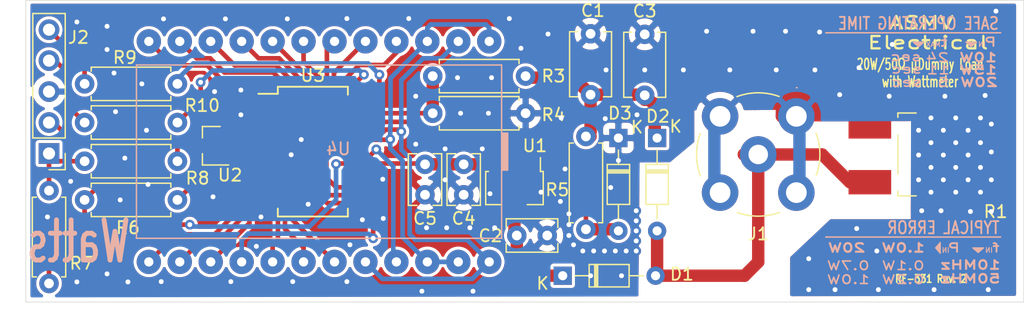
<source format=kicad_pcb>
(kicad_pcb (version 20171130) (host pcbnew "(5.1.6-0-10_14)")
  (layers (0 F.Cu signal) (31 B.Cu signal) (34 B.Paste user) (35 F.Paste user) (36 B.SilkS user) (37 F.SilkS user) (38 B.Mask user) (39 F.Mask user) (44 Edge.Cuts user))
  (net 0 "")
  (net 1 GND)
  (net 2 "Net-(C1-Pad1)")
  (net 3 VDD)
  (net 4 "Net-(D1-Pad2)")
  (net 5 /ICSPCLK)
  (net 6 /ICSPDAT)
  (net 7 /~MCLR)
  (net 8 /Vref+)
  (net 9 "Net-(R9-Pad2)")
  (net 10 /LCD_COM)
  (net 11 /LCD_DP2)
  (net 12 /LCD1_ADEG)
  (net 13 /LCD1_B)
  (net 14 /LCD1_C)
  (net 15 /LCD2_G)
  (net 16 /LCD2_F)
  (net 17 /LCD2_A)
  (net 18 /LCD2_C)
  (net 19 /LCD2_D)
  (net 20 /LCD2_E)
  (net 21 /LCD2_B)
  (net 22 /LCD3_E)
  (net 23 /LCD3_D)
  (net 24 /LCD3_C)
  (net 25 /LCD3_G)
  (net 26 /LCD3_F)
  (net 27 /LCD3_A)
  (net 28 /LCD3_B)
  (net 29 "Net-(C2-Pad1)")
  (net 30 /Vdiode)
  (net 31 "Net-(R8-Pad1)")
  (net 32 "Net-(R10-Pad2)")
  (net 33 /Vdivider)
  (module Resistor_THT:R_Axial_DIN0207_L6.3mm_D2.5mm_P7.62mm_Horizontal (layer F.Cu) (at 120.396 95.123)
    (fp_text reference R10 (at 9.652 -1.397) (layer F.SilkS))
    (fp_text value 75)
    (pad 2 thru_hole oval (at 7.62 0) (size 1.6 1.6) (drill 0.8) (layers *.Cu *.Mask) (net 32 "Net-(R10-Pad2)"))
    (pad 1 thru_hole circle (at 0 0) (size 1.6 1.6) (drill 0.8) (layers *.Cu *.Mask) (net 6 /ICSPDAT))
  )
  (module Resistor_THT:R_Axial_DIN0207_L6.3mm_D2.5mm_P7.62mm_Horizontal (layer F.Cu) (at 120.396 91.948)
    (fp_text reference R9 (at 3.302 -2.159) (layer F.SilkS))
    (fp_text value 75)
    (pad 2 thru_hole oval (at 7.62 0) (size 1.6 1.6) (drill 0.8) (layers *.Cu *.Mask) (net 9 "Net-(R9-Pad2)"))
    (pad 1 thru_hole circle (at 0 0) (size 1.6 1.6) (drill 0.8) (layers *.Cu *.Mask) (net 5 /ICSPCLK))
  )
  (module Resistor_THT:R_Axial_DIN0207_L6.3mm_D2.5mm_P7.62mm_Horizontal (layer F.Cu) (at 128.016 98.298 180)
    (fp_text reference R8 (at -1.651 -1.397) (layer F.SilkS))
    (fp_text value 75)
    (pad 2 thru_hole oval (at 7.62 0 180) (size 1.6 1.6) (drill 0.8) (layers *.Cu *.Mask) (net 7 /~MCLR))
    (pad 1 thru_hole circle (at 0 0 180) (size 1.6 1.6) (drill 0.8) (layers *.Cu *.Mask) (net 31 "Net-(R8-Pad1)"))
  )
  (module Resistor_THT:R_Axial_DIN0207_L6.3mm_D2.5mm_P7.62mm_Horizontal (layer F.Cu) (at 117.475 108.331 90)
    (fp_text reference R7 (at 1.651 2.667 180) (layer F.SilkS))
    (fp_text value 100k)
    (pad 2 thru_hole oval (at 7.62 0 90) (size 1.6 1.6) (drill 0.8) (layers *.Cu *.Mask) (net 7 /~MCLR))
    (pad 1 thru_hole circle (at 0 0 90) (size 1.6 1.6) (drill 0.8) (layers *.Cu *.Mask) (net 3 VDD))
  )
  (module Resistor_THT:R_Axial_DIN0207_L6.3mm_D2.5mm_P7.62mm_Horizontal (layer F.Cu) (at 128.016 101.473 180)
    (fp_text reference R6 (at 4.064 -2.286) (layer F.SilkS))
    (fp_text value 2.4k)
    (pad 2 thru_hole oval (at 7.62 0 180) (size 1.6 1.6) (drill 0.8) (layers *.Cu *.Mask) (net 3 VDD))
    (pad 1 thru_hole circle (at 0 0 180) (size 1.6 1.6) (drill 0.8) (layers *.Cu *.Mask) (net 8 /Vref+))
  )
  (module Capacitor_THT:C_Rect_L4.0mm_W2.5mm_P2.50mm (layer F.Cu) (at 151.511 98.552 270)
    (fp_text reference C4 (at 4.445 0 180) (layer F.SilkS))
    (fp_text value 10u)
    (pad 2 thru_hole circle (at 2.5 0 270) (size 1.6 1.6) (drill 0.8) (layers *.Cu *.Mask) (net 1 GND))
    (pad 1 thru_hole circle (at 0 0 270) (size 1.6 1.6) (drill 0.8) (layers *.Cu *.Mask) (net 3 VDD))
  )
  (module Capacitor_THT:C_Rect_L4.0mm_W2.5mm_P2.50mm (layer F.Cu) (at 148.336 98.552 270)
    (fp_text reference C5 (at 4.445 0 180) (layer F.SilkS))
    (fp_text value 10n)
    (pad 2 thru_hole circle (at 2.5 0 270) (size 1.6 1.6) (drill 0.8) (layers *.Cu *.Mask) (net 1 GND))
    (pad 1 thru_hole circle (at 0 0 270) (size 1.6 1.6) (drill 0.8) (layers *.Cu *.Mask) (net 3 VDD))
  )
  (module Resistor_THT:R_Axial_DIN0207_L6.3mm_D2.5mm_P7.62mm_Horizontal (layer F.Cu) (at 161.544 96.266 270)
    (fp_text reference R5 (at 4.3815 2.3495 180) (layer F.SilkS))
    (fp_text value 100k)
    (pad 2 thru_hole oval (at 7.62 0 270) (size 1.6 1.6) (drill 0.8) (layers *.Cu *.Mask) (net 30 /Vdiode))
    (pad 1 thru_hole circle (at 0 0 270) (size 1.6 1.6) (drill 0.8) (layers *.Cu *.Mask) (net 2 "Net-(C1-Pad1)"))
  )
  (module Resistor_THT:R_Axial_DIN0207_L6.3mm_D2.5mm_P7.62mm_Horizontal (layer F.Cu) (at 148.971 94.361)
    (fp_text reference R4 (at 9.906 0.127) (layer F.SilkS))
    (fp_text value "10k 0.1%")
    (pad 2 thru_hole oval (at 7.62 0) (size 1.6 1.6) (drill 0.8) (layers *.Cu *.Mask) (net 1 GND))
    (pad 1 thru_hole circle (at 0 0) (size 1.6 1.6) (drill 0.8) (layers *.Cu *.Mask) (net 33 /Vdivider))
  )
  (module Resistor_THT:R_Axial_DIN0207_L6.3mm_D2.5mm_P7.62mm_Horizontal (layer F.Cu) (at 148.971 91.313)
    (fp_text reference R3 (at 9.906 0) (layer F.SilkS))
    (fp_text value "100k 0.1%")
    (pad 2 thru_hole oval (at 7.62 0) (size 1.6 1.6) (drill 0.8) (layers *.Cu *.Mask) (net 2 "Net-(C1-Pad1)"))
    (pad 1 thru_hole circle (at 0 0) (size 1.6 1.6) (drill 0.8) (layers *.Cu *.Mask) (net 33 /Vdivider))
  )
  (module Diode_THT:D_DO-34_SOD68_P7.62mm_Horizontal (layer F.Cu) (at 159.639 107.696)
    (fp_text reference D1 (at 9.779 -0.127) (layer F.SilkS))
    (fp_text value BAT46)
    (fp_text user K (at -1.651 0.635) (layer F.SilkS))
    (pad 2 thru_hole oval (at 7.62 0) (size 1.5 1.5) (drill 0.75) (layers *.Cu *.Mask) (net 4 "Net-(D1-Pad2)"))
    (pad 1 thru_hole rect (at 0 0) (size 1.5 1.5) (drill 0.75) (layers *.Cu *.Mask) (net 29 "Net-(C2-Pad1)"))
  )
  (module Package_TO_SOT_SMD:TO-252-2_TabPin1 (layer F.Cu) (at 189.4235 97.7405)
    (fp_text reference R1 (at 5.746 4.699) (layer F.SilkS))
    (fp_text value "50 1% 45W")
    (pad 1 smd rect (at 2.825 0) (size 7 7) (layers F.Cu F.Mask) (net 1 GND))
    (pad 2 smd rect (at -4.575 2.28) (size 3.5 2) (layers F.Cu F.Paste F.Mask) (net 4 "Net-(D1-Pad2)"))
    (pad 1 smd rect (at -4.575 -2.3) (size 3.5 2) (layers F.Cu F.Paste F.Mask) (net 1 GND))
  )
  (module Capacitor_THT:C_Rect_L4.0mm_W2.5mm_P2.50mm (layer F.Cu) (at 155.869 104.394)
    (fp_text reference C2 (at -2.159 0.0245) (layer F.SilkS))
    (fp_text value "1u 100V")
    (pad 2 thru_hole circle (at 2.5 0) (size 1.6 1.6) (drill 0.8) (layers *.Cu *.Mask) (net 1 GND))
    (pad 1 thru_hole circle (at 0 0) (size 1.6 1.6) (drill 0.8) (layers *.Cu *.Mask) (net 29 "Net-(C2-Pad1)"))
  )
  (module Diode_THT:D_DO-34_SOD68_P7.62mm_Horizontal (layer F.Cu) (at 164.211 96.393 270)
    (fp_text reference D3 (at -2.032 -0.127 180) (layer F.SilkS))
    (fp_text value BAT46)
    (fp_text user K (at -0.889 -1.524 180) (layer F.SilkS))
    (pad 2 thru_hole oval (at 7.62 0 270) (size 1.5 1.5) (drill 0.75) (layers *.Cu *.Mask) (net 30 /Vdiode))
    (pad 1 thru_hole rect (at 0 0 270) (size 1.5 1.5) (drill 0.75) (layers *.Cu *.Mask) (net 1 GND))
  )
  (module WH_Display_Character:LCD-S301C31TF (layer B.Cu) (at 153.607762 97.5115 180)
    (fp_text reference U4 (at 12.383762 0.2295) (layer B.SilkS) (effects (justify mirror)))
    (fp_text value LCD-S301C31TF)
    (pad 13 thru_hole circle (at 27.94 9.05 180) (size 2 2) (drill 0.762) (layers *.Cu *.Mask) (net 28 /LCD3_B))
    (pad 14 thru_hole circle (at 25.4 9.05 180) (size 2 2) (drill 0.762) (layers *.Cu *.Mask) (net 27 /LCD3_A))
    (pad 15 thru_hole circle (at 22.86 9.05 180) (size 2 2) (drill 0.762) (layers *.Cu *.Mask) (net 26 /LCD3_F))
    (pad 16 thru_hole circle (at 20.32 9.05 180) (size 2 2) (drill 0.762) (layers *.Cu *.Mask) (net 25 /LCD3_G))
    (pad 17 thru_hole circle (at 17.78 9.05 180) (size 2 2) (drill 0.762) (layers *.Cu *.Mask) (net 21 /LCD2_B))
    (pad 18 thru_hole circle (at 15.24 9.05 180) (size 2 2) (drill 0.762) (layers *.Cu *.Mask) (net 17 /LCD2_A))
    (pad 19 thru_hole circle (at 12.7 9.05 180) (size 2 2) (drill 0.762) (layers *.Cu *.Mask) (net 16 /LCD2_F))
    (pad 20 thru_hole circle (at 10.16 9.05 180) (size 2 2) (drill 0.762) (layers *.Cu *.Mask) (net 15 /LCD2_G))
    (pad 21 thru_hole circle (at 7.62 9.05 180) (size 2 2) (drill 0.762) (layers *.Cu *.Mask) (net 13 /LCD1_B))
    (pad 22 thru_hole circle (at 5.08 9.05 180) (size 2 2) (drill 0.762) (layers *.Cu *.Mask) (net 12 /LCD1_ADEG))
    (pad 23 thru_hole circle (at 2.54 9.05 180) (size 2 2) (drill 0.762) (layers *.Cu *.Mask) (net 10 /LCD_COM))
    (pad 24 thru_hole circle (at 0 9.05 180) (size 2 2) (drill 0.762) (layers *.Cu *.Mask) (net 12 /LCD1_ADEG))
    (pad 1 thru_hole circle (at 0 -9.05 180) (size 2 2) (drill 0.762) (layers *.Cu *.Mask) (net 10 /LCD_COM))
    (pad 2 thru_hole circle (at 2.54 -9.05 180) (size 2 2) (drill 0.762) (layers *.Cu *.Mask) (net 12 /LCD1_ADEG))
    (pad 3 thru_hole circle (at 5.08 -9.05 180) (size 2 2) (drill 0.762) (layers *.Cu *.Mask) (net 12 /LCD1_ADEG))
    (pad 4 thru_hole circle (at 7.62 -9.05 180) (size 2 2) (drill 0.762) (layers *.Cu *.Mask) (net 14 /LCD1_C))
    (pad 5 thru_hole circle (at 10.16 -9.05 180) (size 2 2) (drill 0.762) (layers *.Cu *.Mask) (net 10 /LCD_COM))
    (pad 6 thru_hole circle (at 12.7 -9.05 180) (size 2 2) (drill 0.762) (layers *.Cu *.Mask) (net 20 /LCD2_E))
    (pad 7 thru_hole circle (at 15.24 -9.05 180) (size 2 2) (drill 0.762) (layers *.Cu *.Mask) (net 19 /LCD2_D))
    (pad 8 thru_hole circle (at 17.78 -9.05 180) (size 2 2) (drill 0.762) (layers *.Cu *.Mask) (net 18 /LCD2_C))
    (pad 9 thru_hole circle (at 20.32 -9.05 180) (size 2 2) (drill 0.762) (layers *.Cu *.Mask) (net 11 /LCD_DP2))
    (pad 10 thru_hole circle (at 22.86 -9.05 180) (size 2 2) (drill 0.762) (layers *.Cu *.Mask) (net 22 /LCD3_E))
    (pad 11 thru_hole circle (at 25.4 -9.05 180) (size 2 2) (drill 0.762) (layers *.Cu *.Mask) (net 23 /LCD3_D))
    (pad 12 thru_hole circle (at 27.94 -9.05 180) (size 2 2) (drill 0.762) (layers *.Cu *.Mask) (net 24 /LCD3_C))
  )
  (module WH_Connector_Coaxial:BNC_TEConnectivity_1478204_Vertical (layer F.Cu) (at 175.686 97.745 180)
    (fp_text reference J1 (at 0 -6.522) (layer F.SilkS))
    (fp_text value "50-Ohm BNC Female")
    (pad 2 thru_hole circle (at -3.13 -3.13 180) (size 3 3) (drill 1.7) (layers *.Cu *.Mask) (net 1 GND))
    (pad 1 thru_hole circle (at 0 0 180) (size 3 3) (drill 1.6) (layers *.Cu *.Mask) (net 4 "Net-(D1-Pad2)"))
    (pad 2 thru_hole circle (at 3.13 -3.13 180) (size 3 3) (drill 1.7) (layers *.Cu *.Mask) (net 1 GND))
    (pad 2 thru_hole circle (at -3.13 3.13 180) (size 3 3) (drill 1.7) (layers *.Cu *.Mask) (net 1 GND))
    (pad 2 thru_hole circle (at 3.13 3.13 180) (size 3 3) (drill 1.7) (layers *.Cu *.Mask) (net 1 GND))
  )
  (module Package_SO:SSOP-28_5.3x10.2mm_P0.65mm (layer F.Cu) (at 139.129762 97.5115)
    (fp_text reference U3 (at 0 -6.25) (layer F.SilkS))
    (fp_text value PIC18F24Q10-xSP)
    (pad 28 smd rect (at 3.6 -4.225) (size 1.75 0.45) (layers F.Cu F.Paste F.Mask) (net 32 "Net-(R10-Pad2)"))
    (pad 27 smd rect (at 3.6 -3.575) (size 1.75 0.45) (layers F.Cu F.Paste F.Mask) (net 9 "Net-(R9-Pad2)"))
    (pad 26 smd rect (at 3.6 -2.925) (size 1.75 0.45) (layers F.Cu F.Paste F.Mask) (net 33 /Vdivider))
    (pad 25 smd rect (at 3.6 -2.275) (size 1.75 0.45) (layers F.Cu F.Paste F.Mask) (net 30 /Vdiode))
    (pad 24 smd rect (at 3.6 -1.625) (size 1.75 0.45) (layers F.Cu F.Paste F.Mask) (net 10 /LCD_COM))
    (pad 23 smd rect (at 3.6 -0.975) (size 1.75 0.45) (layers F.Cu F.Paste F.Mask) (net 12 /LCD1_ADEG))
    (pad 22 smd rect (at 3.6 -0.325) (size 1.75 0.45) (layers F.Cu F.Paste F.Mask) (net 13 /LCD1_B))
    (pad 21 smd rect (at 3.6 0.325) (size 1.75 0.45) (layers F.Cu F.Paste F.Mask) (net 14 /LCD1_C))
    (pad 20 smd rect (at 3.6 0.975) (size 1.75 0.45) (layers F.Cu F.Paste F.Mask) (net 3 VDD))
    (pad 19 smd rect (at 3.6 1.625) (size 1.75 0.45) (layers F.Cu F.Paste F.Mask) (net 1 GND))
    (pad 18 smd rect (at 3.6 2.275) (size 1.75 0.45) (layers F.Cu F.Paste F.Mask) (net 11 /LCD_DP2))
    (pad 17 smd rect (at 3.6 2.925) (size 1.75 0.45) (layers F.Cu F.Paste F.Mask) (net 15 /LCD2_G))
    (pad 16 smd rect (at 3.6 3.575) (size 1.75 0.45) (layers F.Cu F.Paste F.Mask) (net 16 /LCD2_F))
    (pad 15 smd rect (at 3.6 4.225) (size 1.75 0.45) (layers F.Cu F.Paste F.Mask) (net 17 /LCD2_A))
    (pad 14 smd rect (at -3.6 4.225) (size 1.75 0.45) (layers F.Cu F.Paste F.Mask) (net 18 /LCD2_C))
    (pad 13 smd rect (at -3.6 3.575) (size 1.75 0.45) (layers F.Cu F.Paste F.Mask) (net 19 /LCD2_D))
    (pad 12 smd rect (at -3.6 2.925) (size 1.75 0.45) (layers F.Cu F.Paste F.Mask) (net 20 /LCD2_E))
    (pad 11 smd rect (at -3.6 2.275) (size 1.75 0.45) (layers F.Cu F.Paste F.Mask) (net 21 /LCD2_B))
    (pad 10 smd rect (at -3.6 1.625) (size 1.75 0.45) (layers F.Cu F.Paste F.Mask) (net 22 /LCD3_E))
    (pad 9 smd rect (at -3.6 0.975) (size 1.75 0.45) (layers F.Cu F.Paste F.Mask) (net 23 /LCD3_D))
    (pad 8 smd rect (at -3.6 0.325) (size 1.75 0.45) (layers F.Cu F.Paste F.Mask) (net 1 GND))
    (pad 7 smd rect (at -3.6 -0.325) (size 1.75 0.45) (layers F.Cu F.Paste F.Mask) (net 24 /LCD3_C))
    (pad 6 smd rect (at -3.6 -0.975) (size 1.75 0.45) (layers F.Cu F.Paste F.Mask) (net 25 /LCD3_G))
    (pad 5 smd rect (at -3.6 -1.625) (size 1.75 0.45) (layers F.Cu F.Paste F.Mask) (net 8 /Vref+))
    (pad 4 smd rect (at -3.6 -2.275) (size 1.75 0.45) (layers F.Cu F.Paste F.Mask) (net 26 /LCD3_F))
    (pad 3 smd rect (at -3.6 -2.925) (size 1.75 0.45) (layers F.Cu F.Paste F.Mask) (net 27 /LCD3_A))
    (pad 2 smd rect (at -3.6 -3.575) (size 1.75 0.45) (layers F.Cu F.Paste F.Mask) (net 28 /LCD3_B))
    (pad 1 smd rect (at -3.6 -4.225) (size 1.75 0.45) (layers F.Cu F.Paste F.Mask) (net 31 "Net-(R8-Pad1)"))
  )
  (module Package_TO_SOT_SMD:SOT-23 (layer F.Cu) (at 130.826 97.028 180)
    (fp_text reference U2 (at -1.508 -2.413) (layer F.SilkS))
    (fp_text value LM4040AIM3-4.1)
    (pad 3 smd rect (at 1 0 180) (size 0.9 0.8) (layers F.Cu F.Paste F.Mask))
    (pad 2 smd rect (at -1 0.95 180) (size 0.9 0.8) (layers F.Cu F.Paste F.Mask) (net 1 GND))
    (pad 1 smd rect (at -1 -0.95 180) (size 0.9 0.8) (layers F.Cu F.Paste F.Mask) (net 8 /Vref+))
  )
  (module Package_TO_SOT_SMD:SOT-89-3 (layer F.Cu) (at 155.678 100.202 270)
    (fp_text reference U1 (at -3.174 -1.675 180) (layer F.SilkS))
    (fp_text value ZXTR2005Z)
    (pad 2 smd custom (at -1.5625 0 270) (size 1.475 0.9) (layers F.Cu F.Paste F.Mask) (net 29 "Net-(C2-Pad1)") (options (clearance outline) (anchor rect)) (primitives (gr_poly (pts (xy 0.7375 -0.8665) (xy 3.8625 -0.8665) (xy 3.8625 0.8665) (xy 0.7375 0.8665)) (width 0))))
    (pad 3 smd rect (at -1.65 1.5 270) (size 1.3 0.9) (layers F.Cu F.Paste F.Mask) (net 3 VDD))
    (pad 1 smd rect (at -1.65 -1.5 270) (size 1.3 0.9) (layers F.Cu F.Paste F.Mask) (net 1 GND))
  )
  (module Connector_PinHeader_2.54mm:PinHeader_1x05_P2.54mm_Vertical (layer F.Cu) (at 117.475 97.663 180)
    (fp_text reference J2 (at -2.413 9.525) (layer F.SilkS))
    (fp_text value Conn_01x05_Male)
    (pad 5 thru_hole oval (at 0 10.16 180) (size 1.7 1.7) (drill 1) (layers *.Cu *.Mask) (net 5 /ICSPCLK))
    (pad 4 thru_hole oval (at 0 7.62 180) (size 1.7 1.7) (drill 1) (layers *.Cu *.Mask) (net 6 /ICSPDAT))
    (pad 3 thru_hole oval (at 0 5.08 180) (size 1.7 1.7) (drill 1) (layers *.Cu *.Mask) (net 1 GND))
    (pad 2 thru_hole oval (at 0 2.54 180) (size 1.7 1.7) (drill 1) (layers *.Cu *.Mask) (net 3 VDD))
    (pad 1 thru_hole rect (at 0 0 180) (size 1.7 1.7) (drill 1) (layers *.Cu *.Mask) (net 7 /~MCLR))
  )
  (module Diode_THT:D_DO-34_SOD68_P7.62mm_Horizontal (layer F.Cu) (at 167.386 96.393 270)
    (fp_text reference D2 (at -1.778 -0.0635 180) (layer F.SilkS))
    (fp_text value BAT46)
    (fp_text user K (at -0.9525 -1.524 180) (layer F.SilkS))
    (pad 2 thru_hole oval (at 7.62 0 270) (size 1.5 1.5) (drill 0.75) (layers *.Cu *.Mask) (net 4 "Net-(D1-Pad2)"))
    (pad 1 thru_hole rect (at 0 0 270) (size 1.5 1.5) (drill 0.75) (layers *.Cu *.Mask) (net 2 "Net-(C1-Pad1)"))
  )
  (module Capacitor_THT:C_Disc_D5.1mm_W3.2mm_P5.00mm (layer F.Cu) (at 166.37 92.884 90)
    (fp_text reference C3 (at 6.905 0 180) (layer F.SilkS))
    (fp_text value 5.6n)
    (pad 2 thru_hole circle (at 5 0 90) (size 1.6 1.6) (drill 0.8) (layers *.Cu *.Mask) (net 1 GND))
    (pad 1 thru_hole circle (at 0 0 90) (size 1.6 1.6) (drill 0.8) (layers *.Cu *.Mask) (net 2 "Net-(C1-Pad1)"))
  )
  (module Capacitor_THT:C_Disc_D5.1mm_W3.2mm_P5.00mm (layer F.Cu) (at 161.925 92.837 90)
    (fp_text reference C1 (at 6.905 0.189238 180) (layer F.SilkS))
    (fp_text value 5.6n)
    (pad 2 thru_hole circle (at 5 0 90) (size 1.6 1.6) (drill 0.8) (layers *.Cu *.Mask) (net 1 GND))
    (pad 1 thru_hole circle (at 0 0 90) (size 1.6 1.6) (drill 0.8) (layers *.Cu *.Mask) (net 2 "Net-(C1-Pad1)"))
  )
  (gr_text "TYPICAL ERROR" (at 195.58 103.759) (layer B.SilkS) (effects (font (size 1 0.8)) (justify left mirror)))
  (gr_line (start 195.58 104.521) (end 181.229 104.521) (layer B.SilkS) (width 0.12))
  (gr_line (start 178.816 92.2655) (end 178.8795 92.2655) (layer B.SilkS) (width 0.12))
  (gr_poly (pts (xy 189.2935 88.519) (xy 188.849 88.9) (xy 188.4045 88.519)) (layer B.SilkS) (width 0.1))
  (gr_text t (at 191.3255 88.519) (layer B.SilkS) (effects (font (size 0.7 1)) (justify left mirror)))
  (gr_text MAX (at 190.0555 88.7095) (layer B.SilkS) (effects (font (size 0.4 0.4) (thickness 0.075)) (justify mirror)))
  (gr_text sec (at 186.4995 91.821) (layer B.SilkS) (effects (font (size 0.7 1) (thickness 0.13)) (justify right mirror)))
  (gr_text sec (at 186.4995 90.7415) (layer B.SilkS) (effects (font (size 0.7 1) (thickness 0.13)) (justify right mirror)))
  (gr_text sec (at 186.436 89.7255) (layer B.SilkS) (effects (font (size 0.7 1) (thickness 0.13)) (justify right mirror)))
  (gr_poly (pts (xy 193.6115 88.519) (xy 193.167 88.9) (xy 192.7225 88.519)) (layer B.SilkS) (width 0.1))
  (gr_text 5 (at 190.3095 91.821) (layer B.SilkS) (effects (font (size 0.7 1) (thickness 0.13)) (justify right mirror)))
  (gr_text 11 (at 189.4205 90.805) (layer B.SilkS) (effects (font (size 0.7 1) (thickness 0.13)) (justify right mirror)))
  (gr_text 24 (at 189.357 89.789) (layer B.SilkS) (effects (font (size 0.7 1) (thickness 0.13)) (justify right mirror)))
  (gr_text 20W (at 193.802 91.821) (layer B.SilkS) (effects (font (size 0.7 1) (thickness 0.175)) (justify mirror)))
  (gr_text P (at 195.326 88.519) (layer B.SilkS) (effects (font (size 0.7 1)) (justify left mirror)))
  (gr_text IN (at 194.056 88.7095) (layer B.SilkS) (effects (font (size 0.4 0.4) (thickness 0.075)) (justify mirror)))
  (gr_text 15W (at 193.7385 90.805) (layer B.SilkS) (effects (font (size 0.7 1) (thickness 0.175)) (justify mirror)))
  (gr_text 10W (at 193.7385 89.789) (layer B.SilkS) (effects (font (size 0.7 1) (thickness 0.175)) (justify mirror)))
  (gr_line (start 195.58 87.757) (end 181.229 87.757) (layer B.SilkS) (width 0.12))
  (gr_poly (pts (xy 194.183 105.41) (xy 193.7385 105.791) (xy 193.294 105.41)) (layer B.SilkS) (width 0.1))
  (gr_poly (pts (xy 190.627 105.8545) (xy 190.246 105.41) (xy 190.627 104.9655)) (layer B.SilkS) (width 0.1))
  (gr_text f (at 195.58 105.41) (layer B.SilkS) (effects (font (size 0.7 1)) (justify left mirror)))
  (gr_text IN (at 194.6275 105.6005) (layer B.SilkS) (effects (font (size 0.4 0.4) (thickness 0.075)) (justify mirror)))
  (gr_text IN (at 191.0715 105.6005) (layer B.SilkS) (effects (font (size 0.4 0.4) (thickness 0.075)) (justify mirror)))
  (gr_text P (at 192.3415 105.41) (layer B.SilkS) (effects (font (size 0.7 1)) (justify left mirror)))
  (gr_text 1.0W (at 181.229 108.0135) (layer B.SilkS) (effects (font (size 0.7 1) (thickness 0.13)) (justify right mirror)))
  (gr_text 0.2W (at 185.7375 108.0135) (layer B.SilkS) (effects (font (size 0.7 1) (thickness 0.13)) (justify right mirror)))
  (gr_text 0.7W (at 181.229 106.8705) (layer B.SilkS) (effects (font (size 0.7 1) (thickness 0.13)) (justify right mirror)))
  (gr_text 0.1W (at 185.7375 106.8705) (layer B.SilkS) (effects (font (size 0.7 1) (thickness 0.13)) (justify right mirror)))
  (gr_text 20W (at 182.9435 105.41) (layer B.SilkS) (effects (font (size 0.7 1) (thickness 0.175)) (justify mirror)))
  (gr_text 1.0W (at 187.579 105.41) (layer B.SilkS) (effects (font (size 0.7 1) (thickness 0.175)) (justify mirror)))
  (gr_text "10MHz\n50MHz" (at 193.1035 107.3785) (layer B.SilkS) (effects (font (size 0.7 1) (thickness 0.175)) (justify mirror)))
  (gr_text "SAFE OPERATING TIME" (at 195.5165 86.995) (layer B.SilkS) (effects (font (size 1 0.8)) (justify left mirror)))
  (gr_text Watts (at 119.888 104.902) (layer B.SilkS) (effects (font (size 3.3 2.1) (thickness 0.4)) (justify mirror)))
  (gr_line (start 197.485 109.855) (end 115.57 109.855) (layer Edge.Cuts) (width 0.05))
  (gr_line (start 197.485 109.22) (end 197.485 109.855) (layer Edge.Cuts) (width 0.05))
  (gr_line (start 197.485 85.09) (end 197.485 109.22) (layer Edge.Cuts) (width 0.05))
  (gr_line (start 115.57 85.09) (end 197.485 85.09) (layer Edge.Cuts) (width 0.05))
  (gr_line (start 115.57 109.855) (end 115.57 85.09) (layer Edge.Cuts) (width 0.05))
  (gr_text "RF-331 Rev. 2" (at 189.865 107.95) (layer F.SilkS) (effects (font (size 0.635 0.508) (thickness 0.127))))
  (gr_text "ASMV \nElectrical" (at 189.611 87.757) (layer F.SilkS) (effects (font (size 1.016 1.397) (thickness 0.1905))))
  (gr_text "20W/50Ω µDummy Load\nwith Wattmeter" (at 188.976 91.059) (layer F.SilkS) (effects (font (size 0.889 0.5588) (thickness 0.127))))
  (via (at 144.866111 99.777409) (size 0.8) (drill 0.4) (layers F.Cu B.Cu) (net 1))
  (segment (start 144.225202 99.1365) (end 144.866111 99.777409) (width 0.381) (layer F.Cu) (net 1))
  (segment (start 142.729762 99.1365) (end 144.225202 99.1365) (width 0.381) (layer F.Cu) (net 1))
  (segment (start 144.866111 100.199849) (end 146.114762 101.4485) (width 0.381) (layer F.Cu) (net 1))
  (segment (start 144.866111 99.777409) (end 144.866111 100.199849) (width 0.381) (layer F.Cu) (net 1))
  (via (at 137.351762 97.7655) (size 0.8) (drill 0.4) (layers F.Cu B.Cu) (net 1))
  (segment (start 137.280762 97.8365) (end 137.351762 97.7655) (width 0.381) (layer F.Cu) (net 1))
  (segment (start 135.529762 97.8365) (end 137.280762 97.8365) (width 0.381) (layer F.Cu) (net 1))
  (via (at 158.433762 87.8595) (size 0.8) (drill 0.4) (layers F.Cu B.Cu) (net 1))
  (via (at 122.238762 107.5445) (size 0.8) (drill 0.4) (layers F.Cu B.Cu) (net 1))
  (via (at 122.238762 87.2245) (size 0.8) (drill 0.4) (layers F.Cu B.Cu) (net 1))
  (via (at 122.238762 89.1295) (size 0.8) (drill 0.4) (layers F.Cu B.Cu) (net 1))
  (via (at 126.873 86.614) (size 0.8) (drill 0.4) (layers F.Cu B.Cu) (net 1))
  (via (at 131.953 86.614) (size 0.8) (drill 0.4) (layers F.Cu B.Cu) (net 1))
  (via (at 137.033 86.614) (size 0.8) (drill 0.4) (layers F.Cu B.Cu) (net 1))
  (via (at 141.923762 86.5895) (size 0.8) (drill 0.4) (layers F.Cu B.Cu) (net 1))
  (via (at 147.003762 86.5895) (size 0.8) (drill 0.4) (layers F.Cu B.Cu) (net 1))
  (via (at 155.258762 86.5895) (size 0.8) (drill 0.4) (layers F.Cu B.Cu) (net 1))
  (via (at 141.923762 108.1795) (size 0.8) (drill 0.4) (layers F.Cu B.Cu) (net 1))
  (via (at 137.478762 108.1795) (size 0.8) (drill 0.4) (layers F.Cu B.Cu) (net 1))
  (via (at 132.398762 108.1795) (size 0.8) (drill 0.4) (layers F.Cu B.Cu) (net 1))
  (via (at 126.683762 108.1795) (size 0.8) (drill 0.4) (layers F.Cu B.Cu) (net 1))
  (via (at 138.748762 101.8295) (size 0.8) (drill 0.4) (layers F.Cu B.Cu) (net 1))
  (via (at 143.193762 103.0995) (size 0.8) (drill 0.4) (layers F.Cu B.Cu) (net 1))
  (via (at 134.874 102.87) (size 0.8) (drill 0.4) (layers F.Cu B.Cu) (net 1))
  (via (at 123.952 108.204) (size 0.8) (drill 0.4) (layers F.Cu B.Cu) (net 1))
  (via (at 152.273 108.966) (size 0.8) (drill 0.4) (layers F.Cu B.Cu) (net 1))
  (via (at 138.176 96.52) (size 0.8) (drill 0.4) (layers F.Cu B.Cu) (net 1))
  (via (at 144.907 102.997) (size 0.8) (drill 0.4) (layers F.Cu B.Cu) (net 1))
  (via (at 134.493 105.283) (size 0.8) (drill 0.4) (layers F.Cu B.Cu) (net 1))
  (via (at 142.1765 105.156) (size 0.8) (drill 0.4) (layers F.Cu B.Cu) (net 1))
  (via (at 156.21 89.027) (size 0.8) (drill 0.4) (layers F.Cu B.Cu) (net 1))
  (via (at 148.082 108.966) (size 0.8) (drill 0.4) (layers F.Cu B.Cu) (net 1))
  (segment (start 158.7255 87.8595) (end 158.433762 87.8595) (width 2.032) (layer F.Cu) (net 1))
  (via (at 151.257 94.361) (size 0.8) (drill 0.4) (layers F.Cu B.Cu) (net 1))
  (via (at 153.543 94.361) (size 0.8) (drill 0.4) (layers F.Cu B.Cu) (net 1))
  (via (at 151.003 91.44) (size 0.8) (drill 0.4) (layers F.Cu B.Cu) (net 1))
  (via (at 153.797 91.44) (size 0.8) (drill 0.4) (layers F.Cu B.Cu) (net 1))
  (via (at 147.574 92.964) (size 0.8) (drill 0.4) (layers F.Cu B.Cu) (net 1))
  (via (at 148.463 103.759) (size 0.8) (drill 0.4) (layers F.Cu B.Cu) (net 1))
  (via (at 150.114 103.759) (size 0.8) (drill 0.4) (layers F.Cu B.Cu) (net 1))
  (via (at 152.019 103.759) (size 0.8) (drill 0.4) (layers F.Cu B.Cu) (net 1))
  (via (at 149.987 99.822) (size 0.8) (drill 0.4) (layers F.Cu B.Cu) (net 1))
  (via (at 147.574 96.901) (size 0.8) (drill 0.4) (layers F.Cu B.Cu) (net 1))
  (via (at 149.987 97.282) (size 0.8) (drill 0.4) (layers F.Cu B.Cu) (net 1))
  (via (at 153.035 97.282) (size 0.8) (drill 0.4) (layers F.Cu B.Cu) (net 1))
  (via (at 157.861 100.838) (size 0.8) (drill 0.4) (layers F.Cu B.Cu) (net 1))
  (via (at 154.051 103.759) (size 0.8) (drill 0.4) (layers F.Cu B.Cu) (net 1))
  (via (at 165.6715 104.8385) (size 0.8) (drill 0.4) (layers F.Cu B.Cu) (net 1))
  (via (at 164.211 98.2345) (size 0.8) (drill 0.4) (layers F.Cu B.Cu) (net 1))
  (via (at 163.195 90.805) (size 0.8) (drill 0.4) (layers F.Cu B.Cu) (net 1))
  (via (at 166.37 90.805) (size 0.8) (drill 0.4) (layers F.Cu B.Cu) (net 1))
  (via (at 185.42 105.664) (size 0.8) (drill 0.4) (layers F.Cu B.Cu) (net 1))
  (via (at 190.119 108.839) (size 0.8) (drill 0.4) (layers F.Cu B.Cu) (net 1))
  (via (at 171.45 87.63) (size 0.8) (drill 0.4) (layers F.Cu B.Cu) (net 1))
  (via (at 175.26 87.63) (size 0.8) (drill 0.4) (layers F.Cu B.Cu) (net 1))
  (via (at 177.927 87.63) (size 0.8) (drill 0.4) (layers F.Cu B.Cu) (net 1))
  (via (at 182.372 92.837) (size 0.8) (drill 0.4) (layers F.Cu B.Cu) (net 1))
  (via (at 190.6905 102.362) (size 0.8) (drill 0.4) (layers F.Cu B.Cu) (net 1))
  (via (at 180.34 90.805) (size 0.8) (drill 0.4) (layers F.Cu B.Cu) (net 1))
  (via (at 195.199 85.979) (size 0.8) (drill 0.4) (layers F.Cu B.Cu) (net 1))
  (via (at 194.564 108.839) (size 0.8) (drill 0.4) (layers F.Cu B.Cu) (net 1))
  (via (at 194.818 102.4255) (size 0.8) (drill 0.4) (layers F.Cu B.Cu) (net 1))
  (via (at 153.67 100.965) (size 0.8) (drill 0.4) (layers F.Cu B.Cu) (net 1))
  (via (at 180.721 87.6935) (size 0.8) (drill 0.4) (layers F.Cu B.Cu) (net 1))
  (via (at 163.1315 94.8055) (size 0.8) (drill 0.4) (layers F.Cu B.Cu) (net 1))
  (via (at 133.223 92.456) (size 0.8) (drill 0.4) (layers F.Cu B.Cu) (net 1))
  (via (at 131.064 92.583) (size 0.8) (drill 0.4) (layers F.Cu B.Cu) (net 1))
  (via (at 133.223 94.488) (size 0.8) (drill 0.4) (layers F.Cu B.Cu) (net 1))
  (via (at 117.348 102.87) (size 0.8) (drill 0.4) (layers F.Cu B.Cu) (net 1))
  (via (at 123.317 101.473) (size 0.8) (drill 0.4) (layers F.Cu B.Cu) (net 1))
  (via (at 125.603 100.203) (size 0.8) (drill 0.4) (layers F.Cu B.Cu) (net 1))
  (via (at 123.698 98.044) (size 0.8) (drill 0.4) (layers F.Cu B.Cu) (net 1))
  (via (at 125.476 95.758) (size 0.8) (drill 0.4) (layers F.Cu B.Cu) (net 1))
  (via (at 122.936 94.234) (size 0.8) (drill 0.4) (layers F.Cu B.Cu) (net 1))
  (via (at 125.095 91.948) (size 0.8) (drill 0.4) (layers F.Cu B.Cu) (net 1))
  (via (at 122.809 91.059) (size 0.8) (drill 0.4) (layers F.Cu B.Cu) (net 1))
  (via (at 130.937 101.219) (size 0.8) (drill 0.4) (layers F.Cu B.Cu) (net 1))
  (via (at 119.253 99.949) (size 0.8) (drill 0.4) (layers F.Cu B.Cu) (net 1))
  (via (at 119.761 108.204) (size 0.8) (drill 0.4) (layers F.Cu B.Cu) (net 1))
  (via (at 119.761 86.868) (size 0.8) (drill 0.4) (layers F.Cu B.Cu) (net 1))
  (via (at 194.31 92.9005) (size 0.8) (drill 0.4) (layers F.Cu B.Cu) (net 1))
  (via (at 193.929 98.806) (size 0.8) (drill 0.4) (layers F.Cu B.Cu) (net 1))
  (via (at 192.913 97.79) (size 0.8) (drill 0.4) (layers F.Cu B.Cu) (net 1))
  (via (at 193.929 96.774) (size 0.8) (drill 0.4) (layers F.Cu B.Cu) (net 1))
  (via (at 193.929 94.742) (size 0.8) (drill 0.4) (layers F.Cu B.Cu) (net 1))
  (via (at 192.913 95.758) (size 0.8) (drill 0.4) (layers F.Cu B.Cu) (net 1))
  (via (at 191.897 96.774) (size 0.8) (drill 0.4) (layers F.Cu B.Cu) (net 1))
  (via (at 190.881 97.79) (size 0.8) (drill 0.4) (layers F.Cu B.Cu) (net 1))
  (via (at 191.897 98.806) (size 0.8) (drill 0.4) (layers F.Cu B.Cu) (net 1))
  (via (at 192.913 99.822) (size 0.8) (drill 0.4) (layers F.Cu B.Cu) (net 1))
  (via (at 193.929 100.838) (size 0.8) (drill 0.4) (layers F.Cu B.Cu) (net 1))
  (via (at 191.897 100.838) (size 0.8) (drill 0.4) (layers F.Cu B.Cu) (net 1))
  (via (at 190.881 99.822) (size 0.8) (drill 0.4) (layers F.Cu B.Cu) (net 1))
  (via (at 189.865 100.838) (size 0.8) (drill 0.4) (layers F.Cu B.Cu) (net 1))
  (via (at 189.865 98.806) (size 0.8) (drill 0.4) (layers F.Cu B.Cu) (net 1))
  (via (at 188.849 99.822) (size 0.8) (drill 0.4) (layers F.Cu B.Cu) (net 1))
  (via (at 188.849 97.79) (size 0.8) (drill 0.4) (layers F.Cu B.Cu) (net 1))
  (via (at 188.849 95.758) (size 0.8) (drill 0.4) (layers F.Cu B.Cu) (net 1))
  (via (at 189.865 96.774) (size 0.8) (drill 0.4) (layers F.Cu B.Cu) (net 1))
  (via (at 190.881 95.758) (size 0.8) (drill 0.4) (layers F.Cu B.Cu) (net 1))
  (via (at 191.897 94.742) (size 0.8) (drill 0.4) (layers F.Cu B.Cu) (net 1))
  (via (at 189.865 94.742) (size 0.8) (drill 0.4) (layers F.Cu B.Cu) (net 1))
  (via (at 183.9595 90.6145) (size 0.8) (drill 0.4) (layers F.Cu B.Cu) (net 1))
  (via (at 186.69 88.7095) (size 0.8) (drill 0.4) (layers F.Cu B.Cu) (net 1))
  (via (at 186.436 92.964) (size 0.8) (drill 0.4) (layers F.Cu B.Cu) (net 1))
  (via (at 191.008 92.964) (size 0.8) (drill 0.4) (layers F.Cu B.Cu) (net 1))
  (via (at 189.103 102.362) (size 0.8) (drill 0.4) (layers F.Cu B.Cu) (net 1))
  (via (at 194.818 95.25) (size 0.8) (drill 0.4) (layers F.Cu B.Cu) (net 1))
  (via (at 194.818 97.536) (size 0.8) (drill 0.4) (layers F.Cu B.Cu) (net 1))
  (via (at 194.818 99.822) (size 0.8) (drill 0.4) (layers F.Cu B.Cu) (net 1))
  (via (at 193.1035 102.4255) (size 0.8) (drill 0.4) (layers F.Cu B.Cu) (net 1))
  (via (at 159.512 94.742) (size 0.8) (drill 0.4) (layers F.Cu B.Cu) (net 1))
  (via (at 165.6715 103.1875) (size 0.8) (drill 0.4) (layers F.Cu B.Cu) (net 1))
  (via (at 165.6715 105.664) (size 0.8) (drill 0.4) (layers F.Cu B.Cu) (net 1))
  (via (at 165.6715 102.362) (size 0.8) (drill 0.4) (layers F.Cu B.Cu) (net 1))
  (via (at 165.6715 104.013) (size 0.8) (drill 0.4) (layers F.Cu B.Cu) (net 1))
  (via (at 173.355 90.805) (size 0.8) (drill 0.4) (layers F.Cu B.Cu) (net 1))
  (via (at 177.165 90.805) (size 0.8) (drill 0.4) (layers F.Cu B.Cu) (net 1))
  (via (at 169.545 90.805) (size 0.8) (drill 0.4) (layers F.Cu B.Cu) (net 1))
  (segment (start 178.435 95.422) (end 177.628 94.615) (width 1.016) (layer F.Cu) (net 1))
  (via (at 164.846 105.664) (size 0.8) (drill 0.4) (layers F.Cu B.Cu) (net 1))
  (via (at 165.735 94.488) (size 0.8) (drill 0.4) (layers F.Cu B.Cu) (net 1))
  (via (at 163.957 105.664) (size 0.8) (drill 0.4) (layers F.Cu B.Cu) (net 1))
  (via (at 163.068 105.664) (size 0.8) (drill 0.4) (layers F.Cu B.Cu) (net 1))
  (via (at 162.179 105.664) (size 0.8) (drill 0.4) (layers F.Cu B.Cu) (net 1))
  (via (at 161.29 105.664) (size 0.8) (drill 0.4) (layers F.Cu B.Cu) (net 1))
  (via (at 160.147 104.394) (size 0.8) (drill 0.4) (layers F.Cu B.Cu) (net 1))
  (via (at 160.528 105.156) (size 0.8) (drill 0.4) (layers F.Cu B.Cu) (net 1))
  (via (at 159.8295 98.933) (size 0.8) (drill 0.4) (layers F.Cu B.Cu) (net 1))
  (via (at 159.4485 101.6) (size 0.8) (drill 0.4) (layers F.Cu B.Cu) (net 1))
  (via (at 163.576 100.457) (size 0.8) (drill 0.4) (layers F.Cu B.Cu) (net 1))
  (segment (start 179.07 100.875) (end 179.07 94.615) (width 1.016) (layer B.Cu) (net 1))
  (segment (start 172.085 100.875) (end 172.085 94.615) (width 1.016) (layer B.Cu) (net 1))
  (segment (start 182.846 92.744) (end 182.88 92.71) (width 1.016) (layer F.Cu) (net 1))
  (segment (start 177.628 91.268) (end 177.165 90.805) (width 1.016) (layer F.Cu) (net 1))
  (segment (start 177.628 94.615) (end 177.628 91.268) (width 1.016) (layer F.Cu) (net 1))
  (via (at 179.832 108.839) (size 0.8) (drill 0.4) (layers F.Cu B.Cu) (net 1))
  (via (at 179.832 106.299) (size 0.8) (drill 0.4) (layers F.Cu B.Cu) (net 1))
  (via (at 181.991 108.839) (size 0.8) (drill 0.4) (layers F.Cu B.Cu) (net 1))
  (via (at 185.547 108.839) (size 0.8) (drill 0.4) (layers F.Cu B.Cu) (net 1))
  (via (at 183.769 103.8225) (size 0.8) (drill 0.4) (layers F.Cu B.Cu) (net 1))
  (via (at 160.147 103.505) (size 0.8) (drill 0.4) (layers F.Cu B.Cu) (net 1))
  (via (at 160.147 102.616) (size 0.8) (drill 0.4) (layers F.Cu B.Cu) (net 1))
  (via (at 164.465 107.696) (size 0.8) (drill 0.4) (layers F.Cu B.Cu) (net 1))
  (via (at 161.925 107.696) (size 0.8) (drill 0.4) (layers F.Cu B.Cu) (net 1))
  (segment (start 184.8485 91.5035) (end 183.9595 90.6145) (width 1.016) (layer F.Cu) (net 1))
  (segment (start 184.8485 95.4405) (end 184.8485 91.5035) (width 1.016) (layer F.Cu) (net 1))
  (segment (start 166.323 93.218) (end 166.37 93.265) (width 1.016) (layer F.Cu) (net 2))
  (segment (start 167.132 93.646) (end 166.37 92.884) (width 1.016) (layer F.Cu) (net 2))
  (segment (start 167.1955 96.3295) (end 167.1955 93.5825) (width 1.016) (layer F.Cu) (net 2))
  (segment (start 166.323 92.837) (end 166.37 92.884) (width 1.016) (layer F.Cu) (net 2))
  (segment (start 161.925 92.837) (end 166.323 92.837) (width 1.016) (layer F.Cu) (net 2))
  (segment (start 161.925 96.266) (end 161.798 96.393) (width 1.016) (layer F.Cu) (net 2))
  (segment (start 160.528 91.44) (end 161.925 92.837) (width 1.016) (layer F.Cu) (net 2))
  (segment (start 156.591 91.44) (end 160.528 91.44) (width 1.016) (layer F.Cu) (net 2))
  (segment (start 161.925 95.885) (end 161.544 96.266) (width 1.016) (layer F.Cu) (net 2))
  (segment (start 161.925 92.837) (end 161.925 95.885) (width 1.016) (layer F.Cu) (net 2))
  (via (at 141.034762 98.5275) (size 0.8) (drill 0.4) (layers F.Cu B.Cu) (net 3))
  (segment (start 141.075762 98.4865) (end 141.034762 98.5275) (width 0.381) (layer F.Cu) (net 3))
  (segment (start 142.729762 98.4865) (end 141.075762 98.4865) (width 0.381) (layer F.Cu) (net 3))
  (segment (start 141.034762 98.5275) (end 141.034762 101.471738) (width 0.381) (layer B.Cu) (net 3))
  (segment (start 141.034762 101.471738) (end 138.845999 103.660501) (width 0.381) (layer B.Cu) (net 3))
  (segment (start 131.712794 103.645794) (end 131.727501 103.660501) (width 0.381) (layer B.Cu) (net 3))
  (segment (start 138.845999 103.660501) (end 131.727501 103.660501) (width 0.381) (layer B.Cu) (net 3))
  (segment (start 131.727501 103.660501) (end 130.522263 103.660501) (width 0.381) (layer B.Cu) (net 3))
  (segment (start 154.178 98.552) (end 151.511 98.552) (width 1.016) (layer F.Cu) (net 3))
  (segment (start 151.511 98.552) (end 148.336 98.552) (width 1.016) (layer F.Cu) (net 3))
  (segment (start 148.2705 98.4865) (end 148.336 98.552) (width 0.381) (layer F.Cu) (net 3))
  (segment (start 142.729762 98.4865) (end 148.2705 98.4865) (width 0.381) (layer F.Cu) (net 3))
  (via (at 129.032 103.505) (size 0.8) (drill 0.4) (layers F.Cu B.Cu) (net 3))
  (segment (start 129.187501 103.660501) (end 129.032 103.505) (width 0.381) (layer B.Cu) (net 3))
  (segment (start 130.522263 103.660501) (end 129.187501 103.660501) (width 0.381) (layer B.Cu) (net 3))
  (segment (start 129.032 103.505) (end 120.65 103.505) (width 0.381) (layer F.Cu) (net 3))
  (segment (start 120.396 103.251) (end 120.396 101.473) (width 0.381) (layer F.Cu) (net 3))
  (segment (start 120.65 103.505) (end 120.396 103.251) (width 0.381) (layer F.Cu) (net 3))
  (segment (start 120.396 101.473) (end 122.174 99.695) (width 0.381) (layer F.Cu) (net 3))
  (segment (start 122.174 99.695) (end 122.174 97.663) (width 0.381) (layer F.Cu) (net 3))
  (segment (start 122.174 97.663) (end 121.158 96.647) (width 0.381) (layer F.Cu) (net 3))
  (segment (start 121.158 96.647) (end 119.38 96.647) (width 0.381) (layer F.Cu) (net 3))
  (segment (start 117.856 95.123) (end 117.475 95.123) (width 0.381) (layer F.Cu) (net 3))
  (segment (start 119.38 96.647) (end 117.856 95.123) (width 0.381) (layer F.Cu) (net 3))
  (segment (start 117.475 106.172) (end 120.396 103.251) (width 0.381) (layer F.Cu) (net 3))
  (segment (start 117.475 108.331) (end 117.475 106.172) (width 0.381) (layer F.Cu) (net 3))
  (segment (start 167.386 107.569) (end 167.259 107.696) (width 1.016) (layer F.Cu) (net 4))
  (segment (start 167.386 104.013) (end 167.386 107.569) (width 1.016) (layer F.Cu) (net 4))
  (segment (start 174.5615 107.696) (end 175.686 106.5715) (width 1.016) (layer F.Cu) (net 4))
  (segment (start 175.686 106.5715) (end 175.686 97.745) (width 1.016) (layer F.Cu) (net 4))
  (segment (start 167.259 107.696) (end 174.5615 107.696) (width 1.016) (layer F.Cu) (net 4))
  (segment (start 184.799 100.07) (end 184.8485 100.0205) (width 1.016) (layer F.Cu) (net 4))
  (segment (start 180.93 97.745) (end 183.2055 100.0205) (width 1.016) (layer F.Cu) (net 4))
  (segment (start 183.2055 100.0205) (end 184.8485 100.0205) (width 1.016) (layer F.Cu) (net 4))
  (segment (start 174.498 97.745) (end 180.93 97.745) (width 1.016) (layer F.Cu) (net 4))
  (segment (start 120.396 90.424) (end 117.475 87.503) (width 0.381) (layer F.Cu) (net 5))
  (segment (start 120.396 91.948) (end 120.396 90.424) (width 0.381) (layer F.Cu) (net 5))
  (segment (start 118.999 91.059) (end 117.983 90.043) (width 0.381) (layer F.Cu) (net 6))
  (segment (start 117.983 90.043) (end 117.475 90.043) (width 0.381) (layer F.Cu) (net 6))
  (segment (start 118.999 93.726) (end 118.999 91.059) (width 0.381) (layer F.Cu) (net 6))
  (segment (start 120.396 95.123) (end 118.999 93.726) (width 0.381) (layer F.Cu) (net 6))
  (segment (start 118.11 98.298) (end 117.475 97.663) (width 0.381) (layer F.Cu) (net 7))
  (segment (start 120.396 98.298) (end 118.11 98.298) (width 0.381) (layer F.Cu) (net 7))
  (segment (start 117.475 100.711) (end 117.475 97.663) (width 0.381) (layer F.Cu) (net 7))
  (segment (start 133.941762 95.8865) (end 131.620762 98.2075) (width 0.381) (layer F.Cu) (net 8))
  (segment (start 135.529762 95.8865) (end 133.941762 95.8865) (width 0.381) (layer F.Cu) (net 8))
  (segment (start 131.511 97.978) (end 131.826 97.978) (width 0.381) (layer F.Cu) (net 8))
  (segment (start 128.016 101.473) (end 131.511 97.978) (width 0.381) (layer F.Cu) (net 8))
  (segment (start 143.985762 93.9365) (end 144.590762 93.3315) (width 0.381) (layer F.Cu) (net 9))
  (segment (start 142.729762 93.9365) (end 143.985762 93.9365) (width 0.381) (layer F.Cu) (net 9))
  (via (at 144.590762 91.19) (size 0.8) (drill 0.4) (layers F.Cu B.Cu) (net 9))
  (segment (start 144.590762 93.3315) (end 144.590762 91.19) (width 0.381) (layer F.Cu) (net 9))
  (segment (start 128.016 91.567) (end 128.016 91.948) (width 0.381) (layer B.Cu) (net 9))
  (segment (start 129.3105 90.2725) (end 128.016 91.567) (width 0.381) (layer B.Cu) (net 9))
  (segment (start 143.673262 90.2725) (end 129.3105 90.2725) (width 0.381) (layer B.Cu) (net 9))
  (segment (start 144.590762 91.19) (end 143.673262 90.2725) (width 0.381) (layer B.Cu) (net 9))
  (segment (start 143.995263 106.013999) (end 143.447762 106.5615) (width 0.381) (layer F.Cu) (net 10))
  (segment (start 144.838263 107.952001) (end 143.447762 106.5615) (width 0.381) (layer B.Cu) (net 10))
  (segment (start 152.217261 107.952001) (end 144.838263 107.952001) (width 0.381) (layer B.Cu) (net 10))
  (segment (start 153.607762 106.5615) (end 152.217261 107.952001) (width 0.381) (layer B.Cu) (net 10))
  (segment (start 147.076772 98.032838) (end 147.076772 104.288838) (width 0.381) (layer B.Cu) (net 10))
  (segment (start 147.538434 104.7505) (end 151.796762 104.7505) (width 0.381) (layer B.Cu) (net 10))
  (segment (start 151.796762 104.7505) (end 153.607762 106.5615) (width 0.381) (layer B.Cu) (net 10))
  (via (at 146.387981 95.8605) (size 0.8) (drill 0.4) (layers F.Cu B.Cu) (net 10))
  (segment (start 147.076772 104.288838) (end 147.538434 104.7505) (width 0.381) (layer B.Cu) (net 10))
  (segment (start 146.387981 95.8605) (end 146.387981 97.344047) (width 0.381) (layer B.Cu) (net 10))
  (segment (start 146.387981 97.344047) (end 147.076772 98.032838) (width 0.381) (layer B.Cu) (net 10))
  (segment (start 146.23248 95.704999) (end 146.387981 95.8605) (width 0.381) (layer F.Cu) (net 10))
  (segment (start 142.729762 95.8865) (end 144.91882 95.8865) (width 0.381) (layer F.Cu) (net 10))
  (segment (start 149.677261 89.852001) (end 148.186261 89.852001) (width 0.381) (layer B.Cu) (net 10))
  (segment (start 146.387981 91.650281) (end 146.387981 95.8605) (width 0.381) (layer B.Cu) (net 10))
  (segment (start 148.186261 89.852001) (end 146.387981 91.650281) (width 0.381) (layer B.Cu) (net 10))
  (segment (start 151.067762 88.4615) (end 149.677261 89.852001) (width 0.381) (layer B.Cu) (net 10))
  (segment (start 145.100321 95.704999) (end 144.91882 95.8865) (width 0.381) (layer F.Cu) (net 10))
  (segment (start 146.23248 95.704999) (end 145.100321 95.704999) (width 0.381) (layer F.Cu) (net 10))
  (segment (start 133.381762 106.5615) (end 133.287762 106.5615) (width 0.381) (layer B.Cu) (net 11))
  (segment (start 143.985762 99.7865) (end 144.082762 99.8835) (width 0.381) (layer F.Cu) (net 11))
  (segment (start 142.729762 99.7865) (end 143.985762 99.7865) (width 0.381) (layer F.Cu) (net 11))
  (via (at 144.082762 104.6235) (size 0.8) (drill 0.4) (layers F.Cu B.Cu) (net 11))
  (segment (start 144.082762 102.186402) (end 144.082762 104.6235) (width 0.381) (layer F.Cu) (net 11))
  (segment (start 144.082762 99.8835) (end 144.082762 102.186402) (width 0.381) (layer F.Cu) (net 11))
  (segment (start 133.287762 104.773738) (end 133.819989 104.241511) (width 0.381) (layer B.Cu) (net 11))
  (segment (start 133.819989 104.241511) (end 139.153989 104.241511) (width 0.381) (layer B.Cu) (net 11))
  (segment (start 133.287762 106.5615) (end 133.287762 104.773738) (width 0.381) (layer B.Cu) (net 11))
  (segment (start 139.153989 104.241511) (end 139.179478 104.267) (width 0.381) (layer B.Cu) (net 11))
  (segment (start 143.726262 104.267) (end 144.082762 104.6235) (width 0.381) (layer B.Cu) (net 11))
  (segment (start 139.179478 104.267) (end 143.726262 104.267) (width 0.381) (layer B.Cu) (net 11))
  (segment (start 148.527762 88.4615) (end 148.527762 87.3515) (width 0.381) (layer B.Cu) (net 12))
  (segment (start 148.808263 87.070999) (end 153.327261 87.070999) (width 0.381) (layer B.Cu) (net 12))
  (segment (start 148.527762 87.3515) (end 148.808263 87.070999) (width 0.381) (layer B.Cu) (net 12))
  (segment (start 153.607762 87.3515) (end 153.607762 88.4615) (width 0.381) (layer B.Cu) (net 12))
  (segment (start 153.327261 87.070999) (end 153.607762 87.3515) (width 0.381) (layer B.Cu) (net 12))
  (segment (start 148.527762 106.5615) (end 151.067762 106.5615) (width 0.381) (layer B.Cu) (net 12))
  (segment (start 146.495762 104.5295) (end 148.527762 106.5615) (width 0.381) (layer B.Cu) (net 12))
  (segment (start 146.495762 98.2735) (end 146.495762 104.5295) (width 0.381) (layer B.Cu) (net 12))
  (segment (start 145.508263 91.480999) (end 148.527762 88.4615) (width 0.381) (layer B.Cu) (net 12))
  (segment (start 145.508263 95.450999) (end 145.508263 91.480999) (width 0.381) (layer B.Cu) (net 12))
  (via (at 145.479762 96.4955) (size 0.8) (drill 0.4) (layers F.Cu B.Cu) (net 12))
  (segment (start 145.438762 96.5365) (end 145.479762 96.4955) (width 0.381) (layer F.Cu) (net 12))
  (segment (start 142.729762 96.5365) (end 145.438762 96.5365) (width 0.381) (layer F.Cu) (net 12))
  (segment (start 145.479762 95.4795) (end 145.508263 95.450999) (width 0.381) (layer B.Cu) (net 12))
  (segment (start 145.479762 96.4955) (end 145.479762 95.4795) (width 0.381) (layer B.Cu) (net 12))
  (segment (start 145.479762 97.2575) (end 146.495762 98.2735) (width 0.381) (layer B.Cu) (net 12))
  (segment (start 145.479762 96.4955) (end 145.479762 97.2575) (width 0.381) (layer B.Cu) (net 12))
  (segment (start 141.464261 97.073901) (end 141.464261 91.875001) (width 0.381) (layer F.Cu) (net 13))
  (segment (start 141.57686 97.1865) (end 141.464261 97.073901) (width 0.381) (layer F.Cu) (net 13))
  (segment (start 142.729762 97.1865) (end 141.57686 97.1865) (width 0.381) (layer F.Cu) (net 13))
  (segment (start 141.464261 91.875001) (end 142.939762 90.3995) (width 0.381) (layer F.Cu) (net 13))
  (segment (start 142.939762 90.3995) (end 144.971762 90.3995) (width 0.381) (layer F.Cu) (net 13))
  (segment (start 145.987762 89.3835) (end 145.987762 88.4615) (width 0.381) (layer F.Cu) (net 13))
  (segment (start 144.971762 90.3995) (end 145.987762 89.3835) (width 0.381) (layer F.Cu) (net 13))
  (via (at 144.336762 97.327) (size 0.8) (drill 0.4) (layers F.Cu B.Cu) (net 14))
  (segment (start 143.827262 97.8365) (end 144.336762 97.327) (width 0.381) (layer F.Cu) (net 14))
  (segment (start 142.729762 97.8365) (end 143.827262 97.8365) (width 0.381) (layer F.Cu) (net 14))
  (segment (start 145.733762 106.3075) (end 145.987762 106.5615) (width 0.381) (layer B.Cu) (net 14))
  (segment (start 145.733762 98.724) (end 145.733762 106.3075) (width 0.381) (layer B.Cu) (net 14))
  (segment (start 144.336762 97.327) (end 145.733762 98.724) (width 0.381) (layer B.Cu) (net 14))
  (segment (start 141.038762 100.4365) (end 142.729762 100.4365) (width 0.381) (layer F.Cu) (net 15))
  (segment (start 140.244261 98.148059) (end 140.244261 99.641999) (width 0.381) (layer F.Cu) (net 15))
  (segment (start 140.862329 97.529991) (end 140.244261 98.148059) (width 0.381) (layer F.Cu) (net 15))
  (segment (start 140.244261 99.641999) (end 141.038762 100.4365) (width 0.381) (layer F.Cu) (net 15))
  (segment (start 140.862329 91.046933) (end 140.862329 97.529991) (width 0.381) (layer F.Cu) (net 15))
  (segment (start 143.447762 88.4615) (end 140.862329 91.046933) (width 0.381) (layer F.Cu) (net 15))
  (segment (start 142.729762 101.0865) (end 140.478434 101.0865) (width 0.381) (layer F.Cu) (net 16))
  (segment (start 140.281319 89.087943) (end 140.907762 88.4615) (width 0.381) (layer F.Cu) (net 16))
  (segment (start 140.478434 101.0865) (end 140.281319 100.889385) (width 0.381) (layer F.Cu) (net 16))
  (segment (start 139.663251 100.271317) (end 140.478434 101.0865) (width 0.381) (layer F.Cu) (net 16))
  (segment (start 139.663251 97.907397) (end 139.663251 100.271317) (width 0.381) (layer F.Cu) (net 16))
  (segment (start 140.281318 97.28933) (end 139.663251 97.907397) (width 0.381) (layer F.Cu) (net 16))
  (segment (start 140.281318 89.087944) (end 140.281318 97.28933) (width 0.381) (layer F.Cu) (net 16))
  (segment (start 140.907762 88.4615) (end 140.281318 89.087944) (width 0.381) (layer F.Cu) (net 16))
  (segment (start 140.306762 101.7365) (end 142.729762 101.7365) (width 0.381) (layer F.Cu) (net 17))
  (segment (start 139.700309 97.048667) (end 139.082241 97.666735) (width 0.381) (layer F.Cu) (net 17))
  (segment (start 139.700309 91.478047) (end 139.700309 97.048667) (width 0.381) (layer F.Cu) (net 17))
  (segment (start 138.367762 90.1455) (end 139.700309 91.478047) (width 0.381) (layer F.Cu) (net 17))
  (segment (start 139.082241 97.666735) (end 139.082241 100.511979) (width 0.381) (layer F.Cu) (net 17))
  (segment (start 139.082241 100.511979) (end 140.306762 101.7365) (width 0.381) (layer F.Cu) (net 17))
  (segment (start 138.367762 88.4615) (end 138.367762 90.1455) (width 0.381) (layer F.Cu) (net 17))
  (segment (start 135.529762 106.2635) (end 135.827762 106.5615) (width 0.381) (layer F.Cu) (net 18))
  (segment (start 135.827762 106.5615) (end 135.827762 105.218238) (width 0.381) (layer F.Cu) (net 18))
  (segment (start 135.827762 105.218238) (end 136.262752 104.783248) (width 0.381) (layer F.Cu) (net 18))
  (segment (start 136.262752 102.46949) (end 135.529762 101.7365) (width 0.381) (layer F.Cu) (net 18))
  (segment (start 136.262752 104.783248) (end 136.262752 102.46949) (width 0.381) (layer F.Cu) (net 18))
  (segment (start 136.785762 101.0865) (end 136.843762 101.1445) (width 0.381) (layer F.Cu) (net 19))
  (segment (start 135.529762 101.0865) (end 136.785762 101.0865) (width 0.381) (layer F.Cu) (net 19))
  (segment (start 136.843762 101.1445) (end 136.843762 103.8615) (width 0.381) (layer F.Cu) (net 19))
  (segment (start 138.367762 105.3855) (end 138.367762 106.5615) (width 0.381) (layer F.Cu) (net 19))
  (segment (start 136.843762 103.8615) (end 138.367762 105.3855) (width 0.381) (layer F.Cu) (net 19))
  (segment (start 136.957434 100.4365) (end 137.424772 100.903838) (width 0.381) (layer F.Cu) (net 20))
  (segment (start 135.529762 100.4365) (end 136.957434 100.4365) (width 0.381) (layer F.Cu) (net 20))
  (segment (start 137.424772 103.07851) (end 140.907762 106.5615) (width 0.381) (layer F.Cu) (net 20))
  (segment (start 137.424772 100.903838) (end 137.424772 103.07851) (width 0.381) (layer F.Cu) (net 20))
  (segment (start 137.870762 99.7865) (end 135.529762 99.7865) (width 0.381) (layer F.Cu) (net 21))
  (segment (start 138.367762 99.2895) (end 137.870762 99.7865) (width 0.381) (layer F.Cu) (net 21))
  (segment (start 139.119299 91.786447) (end 139.1193 96.808004) (width 0.381) (layer F.Cu) (net 21))
  (segment (start 137.679811 90.346959) (end 139.119299 91.786447) (width 0.381) (layer F.Cu) (net 21))
  (segment (start 137.679811 90.313549) (end 137.679811 90.346959) (width 0.381) (layer F.Cu) (net 21))
  (segment (start 139.1193 96.808004) (end 138.367762 97.559542) (width 0.381) (layer F.Cu) (net 21))
  (segment (start 138.367762 97.559542) (end 138.367762 99.2895) (width 0.381) (layer F.Cu) (net 21))
  (segment (start 135.827762 88.4615) (end 137.679811 90.313549) (width 0.381) (layer F.Cu) (net 21))
  (segment (start 134.37686 99.1365) (end 133.922762 99.590598) (width 0.381) (layer F.Cu) (net 22))
  (segment (start 135.529762 99.1365) (end 134.37686 99.1365) (width 0.381) (layer F.Cu) (net 22))
  (segment (start 133.922762 103.3865) (end 130.747762 106.5615) (width 0.381) (layer F.Cu) (net 22))
  (segment (start 133.922762 99.590598) (end 133.922762 103.3865) (width 0.381) (layer F.Cu) (net 22))
  (segment (start 134.205188 98.4865) (end 133.341752 99.349936) (width 0.381) (layer F.Cu) (net 23))
  (segment (start 135.529762 98.4865) (end 134.205188 98.4865) (width 0.381) (layer F.Cu) (net 23))
  (segment (start 133.341752 99.349936) (end 133.341752 102.91851) (width 0.381) (layer F.Cu) (net 23))
  (segment (start 133.341752 102.91851) (end 131.382762 104.8775) (width 0.381) (layer F.Cu) (net 23))
  (segment (start 129.891762 104.8775) (end 128.207762 106.5615) (width 0.381) (layer F.Cu) (net 23))
  (segment (start 131.382762 104.8775) (end 129.891762 104.8775) (width 0.381) (layer F.Cu) (net 23))
  (segment (start 134.273762 97.1865) (end 132.760742 98.69952) (width 0.381) (layer F.Cu) (net 24))
  (segment (start 135.529762 97.1865) (end 134.273762 97.1865) (width 0.381) (layer F.Cu) (net 24))
  (segment (start 132.760742 98.69952) (end 132.760742 102.61052) (width 0.381) (layer F.Cu) (net 24))
  (segment (start 127.932772 104.29649) (end 125.667762 106.5615) (width 0.381) (layer F.Cu) (net 24))
  (segment (start 131.074772 104.29649) (end 127.932772 104.29649) (width 0.381) (layer F.Cu) (net 24))
  (segment (start 132.760742 102.61052) (end 131.074772 104.29649) (width 0.381) (layer F.Cu) (net 24))
  (segment (start 138.53829 92.02711) (end 136.363181 89.852001) (width 0.381) (layer F.Cu) (net 25))
  (segment (start 138.538291 94.648983) (end 138.53829 92.02711) (width 0.381) (layer F.Cu) (net 25))
  (segment (start 136.650775 96.5365) (end 138.538291 94.648983) (width 0.381) (layer F.Cu) (net 25))
  (segment (start 136.363181 89.852001) (end 134.678263 89.852001) (width 0.381) (layer F.Cu) (net 25))
  (segment (start 134.678263 89.852001) (end 133.287762 88.4615) (width 0.381) (layer F.Cu) (net 25))
  (segment (start 135.529762 96.5365) (end 136.650775 96.5365) (width 0.381) (layer F.Cu) (net 25))
  (segment (start 132.719273 90.433011) (end 130.747762 88.4615) (width 0.381) (layer F.Cu) (net 26))
  (segment (start 136.122519 90.433011) (end 132.719273 90.433011) (width 0.381) (layer F.Cu) (net 26))
  (segment (start 137.957282 94.408322) (end 137.957281 92.267773) (width 0.381) (layer F.Cu) (net 26))
  (segment (start 137.129106 95.2365) (end 137.957282 94.408322) (width 0.381) (layer F.Cu) (net 26))
  (segment (start 137.957281 92.267773) (end 136.122519 90.433011) (width 0.381) (layer F.Cu) (net 26))
  (segment (start 135.529762 95.2365) (end 137.129106 95.2365) (width 0.381) (layer F.Cu) (net 26))
  (segment (start 129.598263 89.852001) (end 128.207762 88.4615) (width 0.381) (layer F.Cu) (net 27))
  (segment (start 131.870283 91.014021) (end 130.708263 89.852001) (width 0.381) (layer F.Cu) (net 27))
  (segment (start 130.708263 89.852001) (end 129.598263 89.852001) (width 0.381) (layer F.Cu) (net 27))
  (segment (start 137.376273 94.167661) (end 137.376272 92.508436) (width 0.381) (layer F.Cu) (net 27))
  (segment (start 136.957434 94.5865) (end 137.376273 94.167661) (width 0.381) (layer F.Cu) (net 27))
  (segment (start 135.881857 91.014021) (end 131.870283 91.014021) (width 0.381) (layer F.Cu) (net 27))
  (segment (start 137.376272 92.508436) (end 135.881857 91.014021) (width 0.381) (layer F.Cu) (net 27))
  (segment (start 135.529762 94.5865) (end 136.957434 94.5865) (width 0.381) (layer F.Cu) (net 27))
  (segment (start 136.795263 92.749099) (end 136.717163 92.670999) (width 0.381) (layer F.Cu) (net 28))
  (segment (start 136.795263 93.926999) (end 136.795263 92.749099) (width 0.381) (layer F.Cu) (net 28))
  (segment (start 136.785762 93.9365) (end 136.795263 93.926999) (width 0.381) (layer F.Cu) (net 28))
  (segment (start 135.529762 93.9365) (end 136.785762 93.9365) (width 0.381) (layer F.Cu) (net 28))
  (segment (start 136.780361 92.749099) (end 135.626293 91.595031) (width 0.381) (layer F.Cu) (net 28))
  (segment (start 136.795263 92.749099) (end 136.780361 92.749099) (width 0.381) (layer F.Cu) (net 28))
  (segment (start 135.626293 91.595031) (end 131.62962 91.59503) (width 0.381) (layer F.Cu) (net 28))
  (segment (start 127.639273 90.433011) (end 125.667762 88.4615) (width 0.381) (layer F.Cu) (net 28))
  (segment (start 130.467601 90.433011) (end 127.639273 90.433011) (width 0.381) (layer F.Cu) (net 28))
  (segment (start 131.62962 91.59503) (end 130.467601 90.433011) (width 0.381) (layer F.Cu) (net 28))
  (segment (start 155.869 106.72) (end 155.869 104.394) (width 1.016) (layer F.Cu) (net 29))
  (segment (start 155.678 104.203) (end 155.869 104.394) (width 1.016) (layer F.Cu) (net 29))
  (segment (start 155.678 98.6395) (end 155.678 104.203) (width 1.016) (layer F.Cu) (net 29))
  (segment (start 156.845 107.696) (end 155.869 106.72) (width 1.016) (layer F.Cu) (net 29))
  (segment (start 159.639 107.696) (end 156.845 107.696) (width 1.016) (layer F.Cu) (net 29))
  (segment (start 143.204762 95.2365) (end 143.215762 95.2255) (width 0.381) (layer F.Cu) (net 30))
  (segment (start 142.729762 95.2365) (end 143.204762 95.2365) (width 0.381) (layer F.Cu) (net 30))
  (segment (start 147.393999 95.069999) (end 148.717 96.393) (width 0.381) (layer F.Cu) (net 30))
  (segment (start 144.913649 95.069999) (end 147.393999 95.069999) (width 0.381) (layer F.Cu) (net 30))
  (segment (start 144.747148 95.2365) (end 144.913649 95.069999) (width 0.381) (layer F.Cu) (net 30))
  (segment (start 142.729762 95.2365) (end 144.747148 95.2365) (width 0.381) (layer F.Cu) (net 30))
  (segment (start 148.717 96.393) (end 159.385 96.393) (width 0.381) (layer F.Cu) (net 30))
  (segment (start 161.544 98.552) (end 161.544 103.886) (width 0.381) (layer F.Cu) (net 30))
  (segment (start 159.385 96.393) (end 161.544 98.552) (width 0.381) (layer F.Cu) (net 30))
  (segment (start 164.084 103.886) (end 164.211 104.013) (width 1.016) (layer F.Cu) (net 30))
  (segment (start 161.544 103.886) (end 164.084 103.886) (width 1.016) (layer F.Cu) (net 30))
  (segment (start 135.461262 93.218) (end 135.529762 93.2865) (width 0.381) (layer F.Cu) (net 31))
  (segment (start 128.016 98.298) (end 128.016 97.155) (width 0.381) (layer F.Cu) (net 31))
  (segment (start 131.8845 93.2865) (end 135.529762 93.2865) (width 0.381) (layer F.Cu) (net 31))
  (segment (start 128.016 97.155) (end 131.8845 93.2865) (width 0.381) (layer F.Cu) (net 31))
  (segment (start 142.729762 91.781) (end 143.320762 91.19) (width 0.381) (layer F.Cu) (net 32))
  (via (at 143.320762 91.19) (size 0.8) (drill 0.4) (layers F.Cu B.Cu) (net 32))
  (segment (start 142.729762 93.2865) (end 142.729762 91.781) (width 0.381) (layer F.Cu) (net 32))
  (segment (start 143.320762 91.19) (end 142.984272 90.85351) (width 0.381) (layer B.Cu) (net 32))
  (segment (start 132.66649 90.85351) (end 130.88849 90.85351) (width 0.381) (layer B.Cu) (net 32))
  (segment (start 142.984272 90.85351) (end 132.66649 90.85351) (width 0.381) (layer B.Cu) (net 32))
  (segment (start 132.66649 90.85351) (end 132.225694 90.85351) (width 0.381) (layer B.Cu) (net 32))
  (segment (start 130.88849 90.85351) (end 129.921 91.821) (width 0.381) (layer B.Cu) (net 32))
  (via (at 129.921 91.821) (size 0.8) (drill 0.4) (layers F.Cu B.Cu) (net 32))
  (segment (start 129.921 93.218) (end 128.016 95.123) (width 0.381) (layer F.Cu) (net 32))
  (segment (start 129.921 91.821) (end 129.921 93.218) (width 0.381) (layer F.Cu) (net 32))
  (segment (start 148.971 91.44) (end 148.971 94.361) (width 1.016) (layer F.Cu) (net 33))
  (segment (start 144.382934 94.361) (end 148.971 94.361) (width 0.381) (layer F.Cu) (net 33))
  (segment (start 144.157434 94.5865) (end 144.382934 94.361) (width 0.381) (layer F.Cu) (net 33))
  (segment (start 142.729762 94.5865) (end 144.157434 94.5865) (width 0.381) (layer F.Cu) (net 33))
  (zone (net 1) (net_name GND) (layer B.Cu) (connect_pads (clearance 0.254)) (min_thickness 0.254) (fill yes (arc_segments 32) (thermal_gap 0.508) (thermal_bridge_width 0.508))
    (polygon (pts (xy 115.951 85.3195) (xy 196.85 85.344) (xy 196.85 109.347) (xy 115.951 109.474)))
  )
  (zone (net 1) (net_name GND) (layer F.Cu) (connect_pads (clearance 0.254)) (min_thickness 0.254) (fill yes (arc_segments 32) (thermal_gap 0.508) (thermal_bridge_width 0.508))
    (polygon (pts (xy 115.951 85.344) (xy 196.85 85.344) (xy 196.85 109.347) (xy 115.951 109.4495)))
  )
  (zone (net 1) (net_name GND) (layer F.Cu) (connect_pads yes (clearance 0.254)) (min_thickness 0.254) (fill yes (arc_segments 32) (thermal_gap 0.508) (thermal_bridge_width 0.508))
    (polygon (pts (xy 195.072 102.616) (xy 185.674 102.616) (xy 185.674 92.456) (xy 195.072 92.456)))
  )
  (zone (net 0) (net_name "") (layers F&B.Cu) (connect_pads (clearance 1)) (min_thickness 0.254)
    (keepout (tracks allowed) (vias allowed) (copperpour not_allowed))
    (fill (arc_segments 32) (thermal_gap 0.508) (thermal_bridge_width 0.508))
    (polygon (pts (xy 178.308 109.7915) (xy 170.434 109.855) (xy 170.434 94.13875) (xy 178.308 94.07525)))
  )
  (zone (net 0) (net_name "") (layers F&B.Cu) (connect_pads (clearance 1)) (min_thickness 0.254)
    (keepout (tracks allowed) (vias allowed) (copperpour not_allowed))
    (fill (arc_segments 32) (thermal_gap 0.508) (thermal_bridge_width 0.508))
    (polygon (pts (xy 188.214 103.0605) (xy 177.4825 103.0605) (xy 177.673 102.87) (xy 177.680938 101.25075) (xy 177.6095 95.043625) (xy 188.227891 95.001953)))
  )
  (zone (net 0) (net_name "") (layers F&B.Cu) (connect_pads (clearance 1)) (min_thickness 0.254)
    (keepout (tracks allowed) (vias allowed) (copperpour not_allowed))
    (fill (arc_segments 32) (thermal_gap 0.508) (thermal_bridge_width 0.508))
    (polygon (pts (xy 171.323 109.855) (xy 165.846125 109.9185) (xy 165.949313 98.39325) (xy 171.45 98.3615)))
  )
  (zone (net 0) (net_name "") (layers F&B.Cu) (connect_pads (clearance 1)) (min_thickness 0.254)
    (keepout (tracks allowed) (vias allowed) (copperpour not_allowed))
    (fill (arc_segments 32) (thermal_gap 0.508) (thermal_bridge_width 0.508))
    (polygon (pts (xy 178.308 106.172) (xy 178.308 103.0605) (xy 181.61 103.0605)))
  )
  (zone (net 0) (net_name "") (layers F&B.Cu) (connect_pads (clearance 1)) (min_thickness 0.254)
    (keepout (tracks allowed) (vias allowed) (copperpour not_allowed))
    (fill (arc_segments 32) (thermal_gap 0.508) (thermal_bridge_width 0.508))
    (polygon (pts (xy 170.3705 98.3615) (xy 168.4655 98.3615) (xy 170.3705 96.774)))
  )
  (zone (net 1) (net_name GND) (layer F.Cu) (connect_pads yes (clearance 1)) (min_thickness 0.254) (fill yes (arc_segments 32) (thermal_gap 0.508) (thermal_bridge_width 0.508))
    (polygon (pts (xy 185.912125 95.504) (xy 175.1965 95.504) (xy 175.22825 92.2655) (xy 185.943875 92.2655)))
  )
)
</source>
